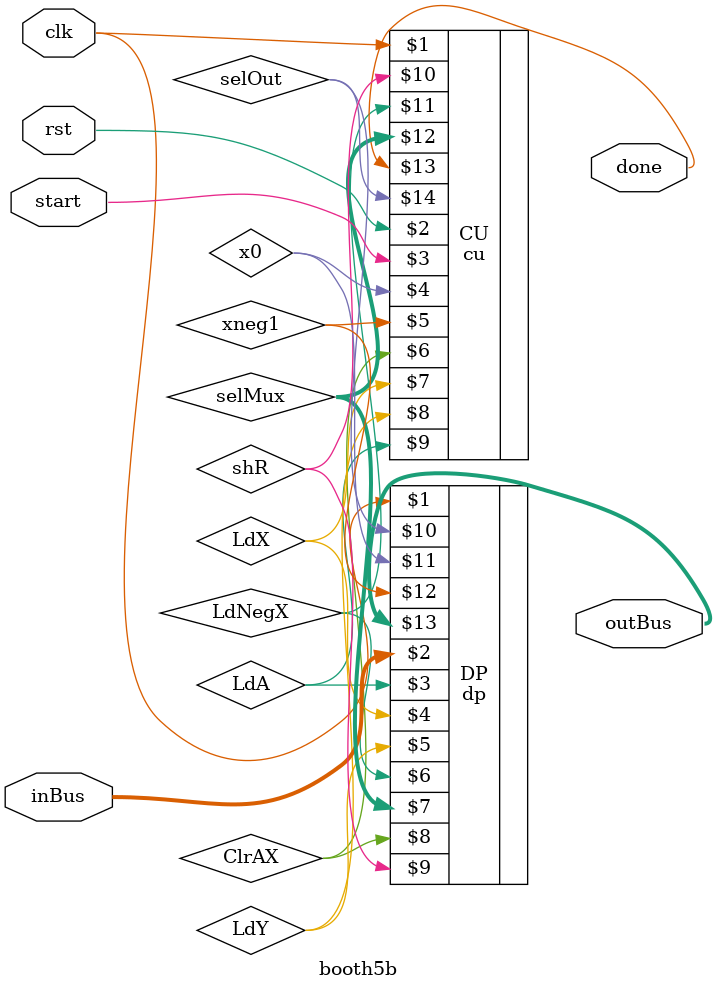
<source format=v>
`timescale 1ns/1ns;

module booth5b(inBus, clk, rst, start, outBus, done);
	input [4:0] inBus;
	input clk, rst, start;
	output [4:0] outBus;
	output done;

	wire LdA, LdX, LdY, LdNegX, ClrAX, shR, selOut, x0, xneg1;
	wire [1:0] selMux;	

	dp DP(clk, inBus, LdA, LdX, LdY, LdNegX, selMux, ClrAX, shR, selOut, x0, xneg1, outBus);
	cu CU(clk, rst, start, x0, xneg1, ClrAX, LdX, LdY, LdA, shR, LdNegX, selMux, done, selOut);
endmodule





</source>
